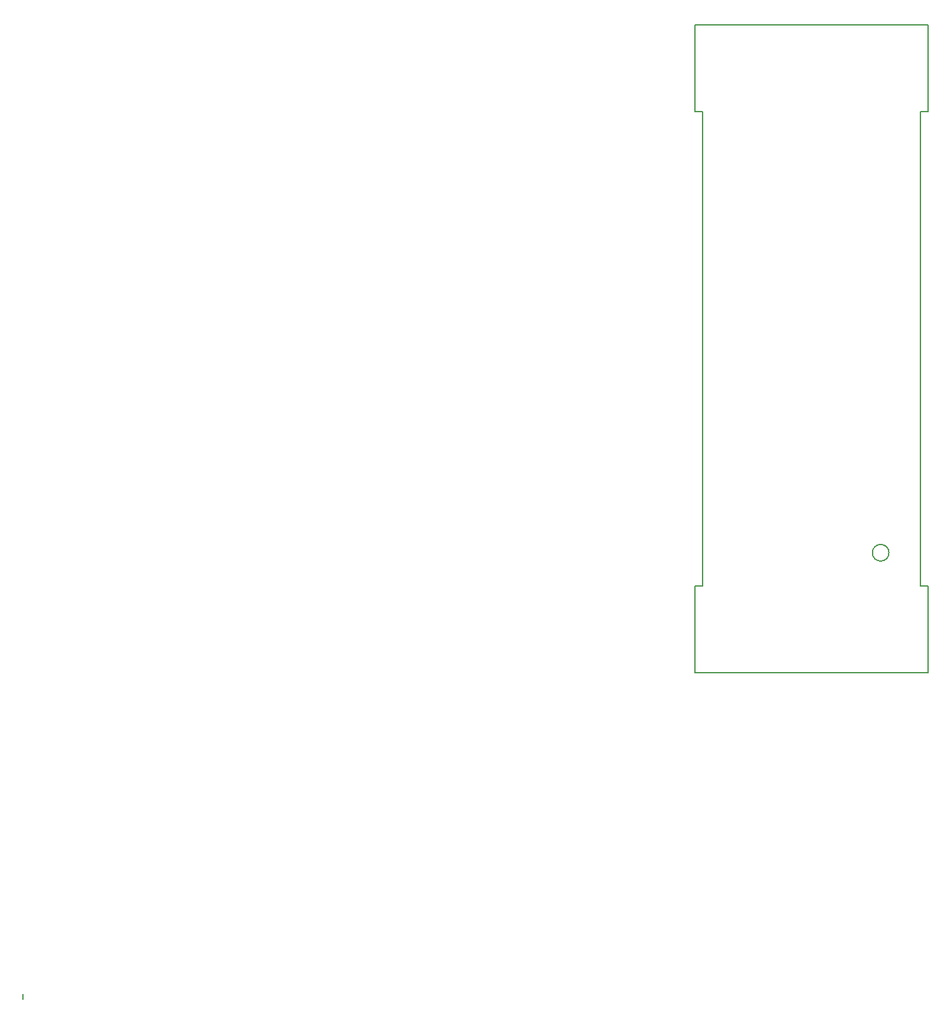
<source format=gbr>
G04 #@! TF.FileFunction,Profile,NP*
%FSLAX46Y46*%
G04 Gerber Fmt 4.6, Leading zero omitted, Abs format (unit mm)*
G04 Created by KiCad (PCBNEW 4.0.2+dfsg1-stable) date Thu 15 Mar 2018 01:12:06 PM CET*
%MOMM*%
G01*
G04 APERTURE LIST*
%ADD10C,0.100000*%
%ADD11C,0.150000*%
G04 APERTURE END LIST*
D10*
D11*
X145185000Y-132465000D02*
X145185000Y-143965000D01*
X176125000Y-132465000D02*
X176125000Y-143965000D01*
X145185000Y-57965000D02*
X145185000Y-69465000D01*
X176125000Y-57965000D02*
X176125000Y-69465000D01*
X145185000Y-69465000D02*
X146160000Y-69465000D01*
X145185000Y-132465000D02*
X146160000Y-132465000D01*
X175150000Y-132465000D02*
X176125000Y-132465000D01*
X146160000Y-69465000D02*
X146160000Y-132465000D01*
X175150000Y-69465000D02*
X176125000Y-69465000D01*
X175150000Y-69465000D02*
X175150000Y-132465000D01*
X170955000Y-128065000D02*
G75*
G03X170955000Y-128065000I-1100000J0D01*
G01*
X145185000Y-143965000D02*
X176125000Y-143965000D01*
X55880000Y-186690000D02*
X55880000Y-187325000D01*
X145185000Y-57965000D02*
X176125000Y-57965000D01*
M02*

</source>
